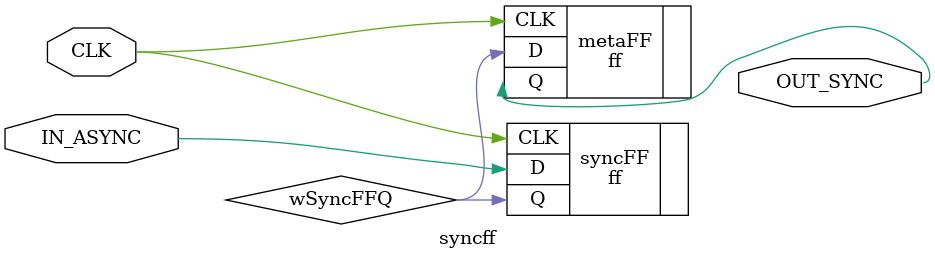
<source format=v>
`timescale 1ns/1ns
module syncff(
	CLK,
	IN_ASYNC,
	OUT_SYNC
);

input 					CLK;
input 					IN_ASYNC;
output 				OUT_SYNC;

wire					wSyncFFQ;

ff syncFF (
	.CLK(CLK),
	.D(IN_ASYNC),
	.Q(wSyncFFQ)
);

ff metaFF (
	.CLK(CLK),
	.D(wSyncFFQ),
	.Q(OUT_SYNC)
);
endmodule

</source>
